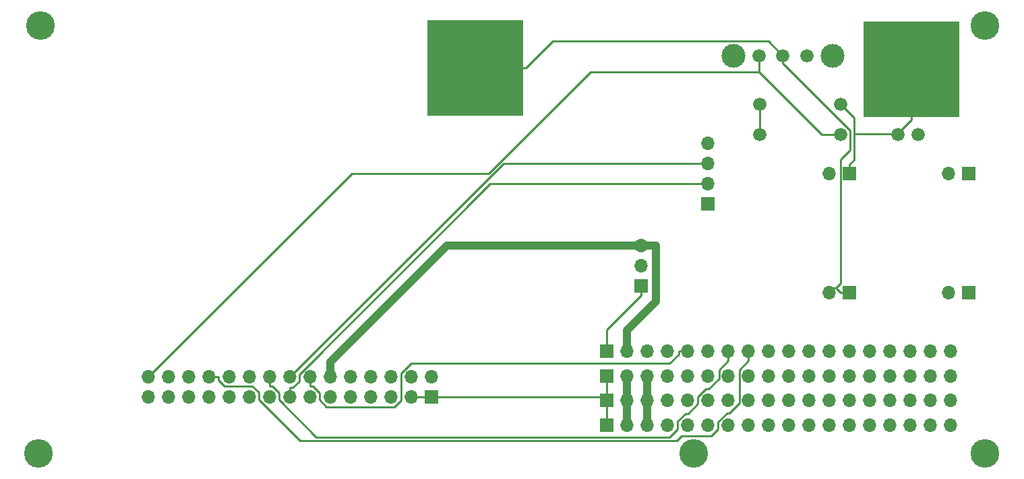
<source format=gbr>
G04 #@! TF.GenerationSoftware,KiCad,Pcbnew,5.99.0-unknown-a61ea1f~89~ubuntu20.04.1*
G04 #@! TF.CreationDate,2020-07-29T14:39:46+09:00*
G04 #@! TF.ProjectId,bGeigieRaku V2,62476569-6769-4655-9261-6b752056322e,rev?*
G04 #@! TF.SameCoordinates,Original*
G04 #@! TF.FileFunction,Copper,L2,Bot*
G04 #@! TF.FilePolarity,Positive*
%FSLAX46Y46*%
G04 Gerber Fmt 4.6, Leading zero omitted, Abs format (unit mm)*
G04 Created by KiCad (PCBNEW 5.99.0-unknown-a61ea1f~89~ubuntu20.04.1) date 2020-07-29 14:39:46*
%MOMM*%
%LPD*%
G01*
G04 APERTURE LIST*
G04 #@! TA.AperFunction,ComponentPad*
%ADD10O,1.700000X1.700000*%
G04 #@! TD*
G04 #@! TA.AperFunction,ComponentPad*
%ADD11R,1.700000X1.700000*%
G04 #@! TD*
G04 #@! TA.AperFunction,ComponentPad*
%ADD12C,3.600000*%
G04 #@! TD*
G04 #@! TA.AperFunction,ComponentPad*
%ADD13C,2.743200*%
G04 #@! TD*
G04 #@! TA.AperFunction,SMDPad,CuDef*
%ADD14R,12.000000X12.000000*%
G04 #@! TD*
G04 #@! TA.AperFunction,ComponentPad*
%ADD15C,1.676400*%
G04 #@! TD*
G04 #@! TA.AperFunction,ComponentPad*
%ADD16C,3.000000*%
G04 #@! TD*
G04 #@! TA.AperFunction,Conductor*
%ADD17C,0.250000*%
G04 #@! TD*
G04 #@! TA.AperFunction,Conductor*
%ADD18C,1.000000*%
G04 #@! TD*
G04 APERTURE END LIST*
D10*
X204826000Y-116449000D03*
X202286000Y-116449000D03*
X199746000Y-116449000D03*
X197206000Y-116449000D03*
X194666000Y-116449000D03*
X192126000Y-116449000D03*
X189586000Y-116449000D03*
X187046000Y-116449000D03*
X184506000Y-116449000D03*
X181966000Y-116449000D03*
X179426000Y-116449000D03*
X176886000Y-116449000D03*
X174346000Y-116449000D03*
X171806000Y-116449000D03*
X169266000Y-116449000D03*
X166726000Y-116449000D03*
X164186000Y-116449000D03*
D11*
X161646000Y-116449000D03*
D12*
X172568000Y-126186000D03*
X90271600Y-126186000D03*
X90525600Y-72338000D03*
X209144000Y-72338000D03*
X209144000Y-126186000D03*
D10*
X189586000Y-105993000D03*
D11*
X192126000Y-105993000D03*
D10*
X204572000Y-105993000D03*
D11*
X207112000Y-105993000D03*
D10*
X204572000Y-91007000D03*
D11*
X207112000Y-91007000D03*
D10*
X189586000Y-91007000D03*
D11*
X192126000Y-91007000D03*
D10*
X104004000Y-116574000D03*
X104004000Y-119114000D03*
X106544000Y-116574000D03*
X106544000Y-119114000D03*
X109084000Y-116574000D03*
X109084000Y-119114000D03*
X111624000Y-116574000D03*
X111624000Y-119114000D03*
X114164000Y-116574000D03*
X114164000Y-119114000D03*
X116704000Y-116574000D03*
X116704000Y-119114000D03*
X119244000Y-116574000D03*
X119244000Y-119114000D03*
X121784000Y-116574000D03*
X121784000Y-119114000D03*
X124324000Y-116574000D03*
X124324000Y-119114000D03*
X126864000Y-116574000D03*
X126864000Y-119114000D03*
X129404000Y-116574000D03*
X129404000Y-119114000D03*
X131944000Y-116574000D03*
X131944000Y-119114000D03*
X134484000Y-116574000D03*
X134484000Y-119114000D03*
X137024000Y-116574000D03*
X137024000Y-119114000D03*
X139564000Y-116574000D03*
D11*
X139564000Y-119114000D03*
D13*
X196194000Y-75142000D03*
X202942000Y-77682000D03*
X196194000Y-80222000D03*
X148434000Y-80202000D03*
X141686000Y-77662000D03*
X148434000Y-75122000D03*
D14*
X145114000Y-77662000D03*
X199914000Y-77872000D03*
D10*
X204826000Y-113359000D03*
X202286000Y-113359000D03*
X199746000Y-113359000D03*
X197206000Y-113359000D03*
X194666000Y-113359000D03*
X192126000Y-113359000D03*
X189586000Y-113359000D03*
X187046000Y-113359000D03*
X184506000Y-113359000D03*
X181966000Y-113359000D03*
X179426000Y-113359000D03*
X176886000Y-113359000D03*
X174346000Y-113359000D03*
X171806000Y-113359000D03*
X169266000Y-113359000D03*
X166726000Y-113359000D03*
X164186000Y-113359000D03*
D11*
X161646000Y-113359000D03*
D10*
X204826000Y-119540000D03*
X202286000Y-119540000D03*
X199746000Y-119540000D03*
X197206000Y-119540000D03*
X194666000Y-119540000D03*
X192126000Y-119540000D03*
X189586000Y-119540000D03*
X187046000Y-119540000D03*
X184506000Y-119540000D03*
X181966000Y-119540000D03*
X179426000Y-119540000D03*
X176886000Y-119540000D03*
X174346000Y-119540000D03*
X171806000Y-119540000D03*
X169266000Y-119540000D03*
X166726000Y-119540000D03*
X164186000Y-119540000D03*
D11*
X161646000Y-119540000D03*
D10*
X204826000Y-122630000D03*
X202286000Y-122630000D03*
X199746000Y-122630000D03*
X197206000Y-122630000D03*
X194666000Y-122630000D03*
X192126000Y-122630000D03*
X189586000Y-122630000D03*
X187046000Y-122630000D03*
X184506000Y-122630000D03*
X181966000Y-122630000D03*
X179426000Y-122630000D03*
X176886000Y-122630000D03*
X174346000Y-122630000D03*
X171806000Y-122630000D03*
X169266000Y-122630000D03*
X166726000Y-122630000D03*
X164186000Y-122630000D03*
D11*
X161646000Y-122630000D03*
D15*
X180823000Y-82244000D03*
X190983000Y-82244000D03*
X190983000Y-86054000D03*
X180823000Y-86054000D03*
X200762000Y-86054000D03*
X198222000Y-86054000D03*
X183744000Y-76148000D03*
D16*
X177494000Y-76148000D03*
X189994000Y-76148000D03*
D15*
X186744000Y-76148000D03*
X180744000Y-76148000D03*
D10*
X174346000Y-87197000D03*
X174346000Y-89737000D03*
X174346000Y-92277000D03*
D11*
X174346000Y-94817000D03*
D10*
X165964000Y-100024000D03*
X165964000Y-102564000D03*
D11*
X165964000Y-105104000D03*
D17*
X145114000Y-77662000D02*
X141686000Y-77662000D01*
X189586000Y-105993000D02*
X189586000Y-105405300D01*
X192126000Y-105993000D02*
X190950700Y-105993000D01*
X189586000Y-105405300D02*
X190363000Y-105405300D01*
X190363000Y-105405300D02*
X190950700Y-105993000D01*
X145114000Y-77662000D02*
X151439300Y-77662000D01*
X183744000Y-77099800D02*
X183744000Y-76148000D01*
X192204800Y-85560600D02*
X183744000Y-77099800D01*
X192204800Y-87991000D02*
X192204800Y-85560600D01*
X190950600Y-89245200D02*
X192204800Y-87991000D01*
X190950600Y-104817700D02*
X190950600Y-89245200D01*
X190363000Y-105405300D02*
X190950600Y-104817700D01*
X154806500Y-74294800D02*
X151439300Y-77662000D01*
X181890800Y-74294800D02*
X154806500Y-74294800D01*
X183744000Y-76148000D02*
X181890800Y-74294800D01*
X124691400Y-117749300D02*
X124324000Y-117749300D01*
X125499300Y-118557200D02*
X124691400Y-117749300D01*
X125499300Y-119456000D02*
X125499300Y-118557200D01*
X126372900Y-120329600D02*
X125499300Y-119456000D01*
X134940300Y-120329600D02*
X126372900Y-120329600D01*
X135754000Y-119515900D02*
X134940300Y-120329600D01*
X135754000Y-116164100D02*
X135754000Y-119515900D01*
X137069100Y-114849000D02*
X135754000Y-116164100D01*
X169508000Y-114849000D02*
X137069100Y-114849000D01*
X170630700Y-113726300D02*
X169508000Y-114849000D01*
X170630700Y-113359000D02*
X170630700Y-113726300D01*
X171806000Y-113359000D02*
X170630700Y-113359000D01*
X124324000Y-116574000D02*
X124324000Y-117749300D01*
X119611400Y-117749300D02*
X119244000Y-117749300D01*
X120419300Y-118557200D02*
X119611400Y-117749300D01*
X120419300Y-119411600D02*
X120419300Y-118557200D01*
X125154800Y-124147100D02*
X120419300Y-119411600D01*
X169508400Y-124147100D02*
X125154800Y-124147100D01*
X170536000Y-123119500D02*
X169508400Y-124147100D01*
X170536000Y-122163900D02*
X170536000Y-123119500D01*
X171520300Y-121179600D02*
X170536000Y-122163900D01*
X171848500Y-121179600D02*
X171520300Y-121179600D01*
X173076000Y-119952100D02*
X171848500Y-121179600D01*
X173076000Y-119073600D02*
X173076000Y-119952100D01*
X174060500Y-118089100D02*
X173076000Y-119073600D01*
X174388800Y-118089100D02*
X174060500Y-118089100D01*
X175710700Y-116767200D02*
X174388800Y-118089100D01*
X175710700Y-115709600D02*
X175710700Y-116767200D01*
X176886000Y-114534300D02*
X175710700Y-115709600D01*
X176886000Y-113359000D02*
X176886000Y-114534300D01*
X119244000Y-116574000D02*
X119244000Y-117749300D01*
X112799300Y-116941400D02*
X112799300Y-116574000D01*
X113607200Y-117749300D02*
X112799300Y-116941400D01*
X117087100Y-117749300D02*
X113607200Y-117749300D01*
X117879400Y-118541600D02*
X117087100Y-117749300D01*
X117879400Y-119438600D02*
X117879400Y-118541600D01*
X123044600Y-124603800D02*
X117879400Y-119438600D01*
X170436300Y-124603800D02*
X123044600Y-124603800D01*
X171011000Y-124029100D02*
X170436300Y-124603800D01*
X174706400Y-124029100D02*
X171011000Y-124029100D01*
X175616000Y-123119500D02*
X174706400Y-124029100D01*
X175616000Y-122237700D02*
X175616000Y-123119500D01*
X176768700Y-121085000D02*
X175616000Y-122237700D01*
X177023100Y-121085000D02*
X176768700Y-121085000D01*
X178250700Y-119857400D02*
X177023100Y-121085000D01*
X178250700Y-115709600D02*
X178250700Y-119857400D01*
X179426000Y-114534300D02*
X178250700Y-115709600D01*
X179426000Y-113359000D02*
X179426000Y-114534300D01*
X111624000Y-116574000D02*
X112799300Y-116574000D01*
D18*
X166726000Y-122630000D02*
X166726000Y-119540000D01*
X166726000Y-119540000D02*
X166726000Y-116449000D01*
X164186000Y-122630000D02*
X164186000Y-119540000D01*
X164186000Y-119540000D02*
X164186000Y-116449000D01*
X126864000Y-116574000D02*
X126864000Y-114723700D01*
X141563700Y-100024000D02*
X165964000Y-100024000D01*
X126864000Y-114723700D02*
X141563700Y-100024000D01*
X164186000Y-110715200D02*
X164186000Y-113359000D01*
X167814300Y-107086900D02*
X164186000Y-110715200D01*
X167814300Y-100024000D02*
X167814300Y-107086900D01*
X165964000Y-100024000D02*
X167814300Y-100024000D01*
D17*
X180823000Y-82244000D02*
X180823000Y-86054000D01*
X121784000Y-119114000D02*
X121784000Y-117938700D01*
X146954600Y-92277000D02*
X174346000Y-92277000D01*
X122959300Y-116272300D02*
X146954600Y-92277000D01*
X122959300Y-117130800D02*
X122959300Y-116272300D01*
X122151400Y-117938700D02*
X122959300Y-117130800D01*
X121784000Y-117938700D02*
X122151400Y-117938700D01*
X148621000Y-89737000D02*
X121784000Y-116574000D01*
X174346000Y-89737000D02*
X148621000Y-89737000D01*
X180744000Y-76148000D02*
X180744000Y-78160100D01*
X188637900Y-86054000D02*
X180744000Y-78160100D01*
X190983000Y-86054000D02*
X188637900Y-86054000D01*
X129627400Y-90950600D02*
X104004000Y-116574000D01*
X146770500Y-90950600D02*
X129627400Y-90950600D01*
X159561000Y-78160100D02*
X146770500Y-90950600D01*
X180744000Y-78160100D02*
X159561000Y-78160100D01*
X161646000Y-122630000D02*
X161646000Y-119540000D01*
X199914000Y-77872000D02*
X199914000Y-81034600D01*
X199914000Y-81034600D02*
X199914000Y-84197300D01*
X202942000Y-78006600D02*
X202942000Y-77682000D01*
X199914000Y-81034600D02*
X202942000Y-78006600D01*
X139564000Y-119114000D02*
X137024000Y-119114000D01*
X192126000Y-91007000D02*
X192126000Y-89831700D01*
X198222000Y-85971600D02*
X192655200Y-85971600D01*
X192655200Y-89302500D02*
X192655200Y-85971600D01*
X192126000Y-89831700D02*
X192655200Y-89302500D01*
X192655200Y-83916200D02*
X190983000Y-82244000D01*
X192655200Y-85971600D02*
X192655200Y-83916200D01*
X198222000Y-86054000D02*
X198222000Y-85971600D01*
X198222000Y-85889300D02*
X199914000Y-84197300D01*
X198222000Y-85971600D02*
X198222000Y-85889300D01*
X139564000Y-119114000D02*
X140739300Y-119114000D01*
X161646000Y-119114000D02*
X140739300Y-119114000D01*
X161646000Y-119540000D02*
X161646000Y-119114000D01*
X161646000Y-119114000D02*
X161646000Y-116449000D01*
X161646000Y-110597300D02*
X165964000Y-106279300D01*
X161646000Y-113359000D02*
X161646000Y-110597300D01*
X165964000Y-105104000D02*
X165964000Y-106279300D01*
M02*

</source>
